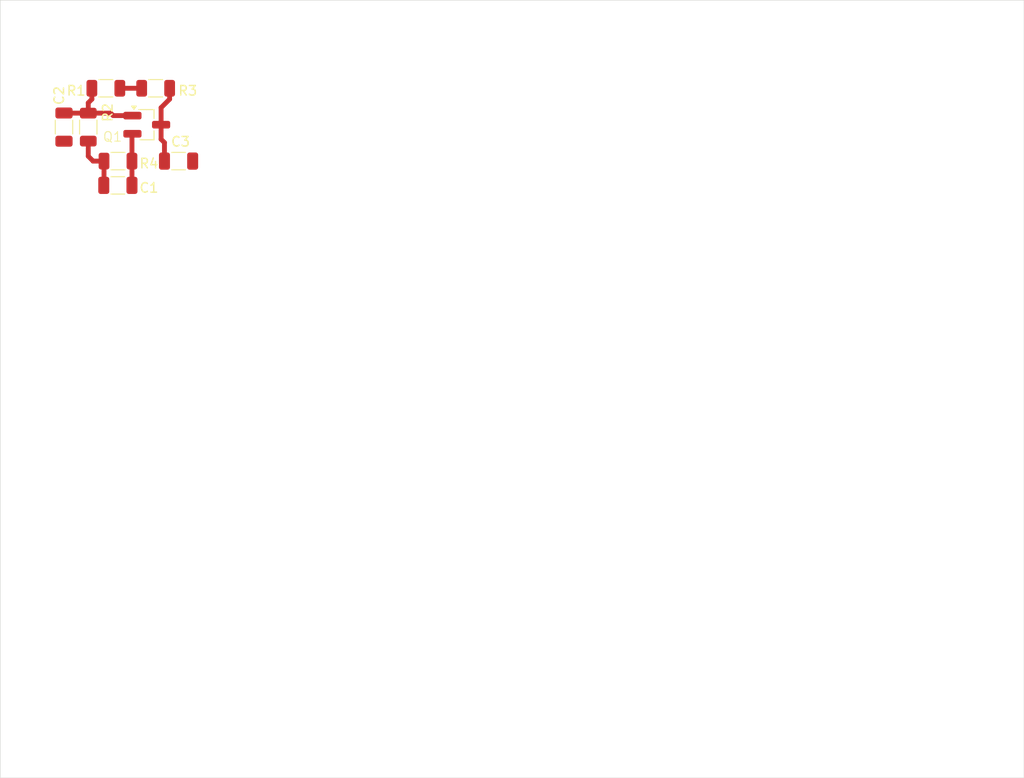
<source format=kicad_pcb>
(kicad_pcb (version 20240108) (generator "pcbnew") (generator_version "8.0")
  (layers (0 "F.Cu" signal) (31 "B.Cu" signal) (34 "B.Paste" user) (35 "F.Paste" user) (36 "B.SilkS" user "B.Silkscreen") (37 "F.SilkS" user "F.Silkscreen") (38 "B.Mask" user) (39 "F.Mask" user) (44 "Edge.Cuts" user))
  (net 0 "")
  (net 1 "GND")
  (net 2 "Net-(Q1-E)")
  (net 3 "Net-(Q1-B)")
  (net 6 "Net-(Q1-C)")
  (net 7 "VCC")
  (footprint "perfboard_x1:mypad_100_plain" (layer "F.Cu") (at 72.39 49.53)
    (property "Reference" "J60" (hide yes))
    (property "Value" "Conn_01x10" (hide yes))
  )
  (footprint "perfboard_x1:mypad_100_plain" (layer "F.Cu") (at 105.41 74.93)
    (property "Reference" "J113" (hide yes))
    (property "Value" "Conn_01x10" (hide yes))
  )
  (footprint "perfboard_x1:mypad_100_plain" (layer "F.Cu") (at 54.61 24.130001)
    (property "Reference" "J13" (hide yes))
    (property "Value" "Conn_01x10" (hide yes))
  )
  (footprint "Capacitor_SMD:C_1206_3216Metric" (layer "F.Cu") (at 38.656998 36.830001)
    (property "Reference" "C3" (at 0.205002 -2.032001 360) (layer "F.SilkS"))
    (property "Value" "C")
    (fp_line (start -0.711256 0.909993) (end 0.711252 0.909992) (stroke (width 0.12)) (layer "F.SilkS"))
    (fp_line (start -0.711252 -0.909992) (end 0.711256 -0.909993) (stroke (width 0.12)) (layer "F.SilkS"))
    (pad "1" smd roundrect (at -1.475002 0.000001) (size 1.15 1.8) (layers "F.Cu" "F.Paste" "F.Mask") (roundrect_rratio 0.217391) (net 6 "Net-(Q1-C)"))
    (pad "2" smd roundrect (at 1.475002 -0.000001) (size 1.15 1.8) (layers "F.Cu" "F.Paste" "F.Mask") (roundrect_rratio 0.217391))
  )
  (footprint "perfboard_x1:mypad_100_plain" (layer "F.Cu") (at 34.29 74.93)
    (property "Reference" "J85" (hide yes))
    (property "Value" "Conn_01x10" (hide yes))
  )
  (footprint "perfboard_x1:mypad_100_plain" (layer "F.Cu") (at 82.55 24.13)
    (property "Reference" "J24" (hide yes))
    (property "Value" "Conn_01x10" (hide yes))
  )
  (footprint "perfboard_x1:mypad_100_plain" (layer "F.Cu") (at 100.33 49.53)
    (property "Reference" "J71" (hide yes))
    (property "Value" "Conn_01x10" (hide yes))
  )
  (footprint "perfboard_x1:mypad_100_plain" (layer "F.Cu") (at 24.13 49.53)
    (property "Reference" "J41" (hide yes))
    (property "Value" "Conn_01x10" (hide yes))
  )
  (footprint "perfboard_x1:mypad_100_plain" (layer "F.Cu") (at 34.271 24.130001)
    (property "Reference" "J5" (hide yes))
    (property "Value" "Conn_01x10" (hide yes))
  )
  (footprint "perfboard_x1:mypad_100_plain" (layer "F.Cu") (at 54.61 49.53)
    (property "Reference" "J53" (hide yes))
    (property "Value" "Conn_01x10" (hide yes))
  )
  (footprint "perfboard_x1:mypad_100_plain" (layer "F.Cu") (at 46.99 74.93)
    (property "Reference" "J90" (hide yes))
    (property "Value" "Conn_01x10" (hide yes))
  )
  (footprint "perfboard_x1:mypad_100_plain" (layer "F.Cu") (at 49.53 74.93)
    (property "Reference" "J91" (hide yes))
    (property "Value" "Conn_01x10" (hide yes))
  )
  (footprint "perfboard_x1:mypad_100_plain" (layer "F.Cu") (at 95.25 24.13)
    (property "Reference" "J29" (hide yes))
    (property "Value" "Conn_01x10" (hide yes))
  )
  (footprint "perfboard_x1:mypad_100_plain" (layer "F.Cu") (at 90.17 74.93)
    (property "Reference" "J107" (hide yes))
    (property "Value" "Conn_01x10" (hide yes))
  )
  (footprint "perfboard_x1:mypad_100_plain" (layer "F.Cu") (at 62.23 24.130001)
    (property "Reference" "J16" (hide yes))
    (property "Value" "Conn_01x10" (hide yes))
  )
  (footprint "perfboard_x1:mypad_100_plain" (layer "F.Cu") (at 31.75 74.93)
    (property "Reference" "J84" (hide yes))
    (property "Value" "Conn_01x10" (hide yes))
  )
  (footprint "perfboard_x1:mypad_100_plain" (layer "F.Cu") (at 97.79 74.93)
    (property "Reference" "J110" (hide yes))
    (property "Value" "Conn_01x10" (hide yes))
  )
  (footprint "perfboard_x1:mypad_100_plain" (layer "F.Cu") (at 82.55 49.53)
    (property "Reference" "J64" (hide yes))
    (property "Value" "Conn_01x10" (hide yes))
  )
  (footprint "perfboard_x1:mypad_100_plain" (layer "F.Cu") (at 26.67 24.130001)
    (property "Reference" "J2" (hide yes))
    (property "Value" "Conn_01x10" (hide yes))
  )
  (footprint "perfboard_x1:mypad_100_plain" (layer "F.Cu") (at 87.63 74.93)
    (property "Reference" "J106" (hide yes))
    (property "Value" "Conn_01x10" (hide yes))
  )
  (footprint "perfboard_x1:mypad_100_plain" (layer "F.Cu") (at 74.93 24.13)
    (property "Reference" "J21" (hide yes))
    (property "Value" "Conn_01x10" (hide yes))
  )
  (footprint "perfboard_x1:mypad_100_plain" (layer "F.Cu") (at 62.23 74.93)
    (property "Reference" "J96" (hide yes))
    (property "Value" "Conn_01x10" (hide yes))
  )
  (footprint "perfboard_x1:mypad_100_plain" (layer "F.Cu") (at 69.85 74.93)
    (property "Reference" "J99" (hide yes))
    (property "Value" "Conn_01x10" (hide yes))
  )
  (footprint "perfboard_x1:mypad_100_plain" (layer "F.Cu") (at 118.11 74.93)
    (property "Reference" "J118" (hide yes))
    (property "Value" "Conn_01x10" (hide yes))
  )
  (footprint "perfboard_x1:mypad_100_plain" (layer "F.Cu") (at 113.03 74.93)
    (property "Reference" "J116" (hide yes))
    (property "Value" "Conn_01x10" (hide yes))
  )
  (footprint "perfboard_x1:mypad_100_plain" (layer "F.Cu") (at 82.55 74.93)
    (property "Reference" "J104" (hide yes))
    (property "Value" "Conn_01x10" (hide yes))
  )
  (footprint "perfboard_x1:mypad_100_plain" (layer "F.Cu") (at 46.99 24.130001)
    (property "Reference" "J10" (hide yes))
    (property "Value" "Conn_01x10" (hide yes))
  )
  (footprint "aadhunix:SOT-23_alternate_handsoldering" (layer "F.Cu") (at 35.330002 33.020001)
    (property "Reference" "Q1" (at -3.580002 1.269999 0) (layer "F.SilkS") (effects (font (thickness 0.1))))
    (property "Value" "S8050_smd")
    (fp_line (start -0.040006 -1.580002) (end -0.84 -1.580006) (stroke (width 0.12)) (layer "F.SilkS"))
    (fp_line (start -0.040006 -1.580002) (end 0.760001 -1.579998) (stroke (width 0.12)) (layer "F.SilkS"))
    (fp_line (start 0.760001 -1.579998) (end 0.760008 -0.649998) (stroke (width 0.12)) (layer "F.SilkS"))
    (fp_line (start 0.760001 1.580004) (end -0.700003 1.579996) (stroke (width 0.12)) (layer "F.SilkS"))
    (fp_line (start 0.760001 1.580004) (end 0.760003 0.649995) (stroke (width 0.12)) (layer "F.SilkS"))
    (fp_poly (pts (xy -1.339999 -1.609995) (xy -1.580001 -1.940007) (xy -1.100005 -1.94) (xy -1.339999 -1.609995)) (stroke (width 0.12)) (fill solid) (layer "F.SilkS"))
    (pad "1" smd roundrect (at -1.499998 -0.950004) (size 1.9 0.8) (layers "F.Cu" "F.Paste" "F.Mask") (net 3 "Net-(Q1-B)"))
    (pad "2" smd roundrect (at -1.500003 0.949998) (size 1.9 0.8) (layers "F.Cu" "F.Paste" "F.Mask") (net 2 "Net-(Q1-E)"))
    (pad "3" smd roundrect (at 1.499998 -0.000001) (size 1.9 0.8) (layers "F.Cu" "F.Paste" "F.Mask") (net 6 "Net-(Q1-C)"))
  )
  (footprint "perfboard_x1:mypad_100_plain" (layer "F.Cu") (at 49.53 24.130001)
    (property "Reference" "J11" (hide yes))
    (property "Value" "Conn_01x10" (hide yes))
  )
  (footprint "Resistor_SMD:R_1206_3216Metric" (layer "F.Cu") (at 32.319505 36.829995 180)
    (property "Reference" "R4" (at -3.240495 -0.254005 360) (layer "F.SilkS"))
    (property "Value" "R")
    (fp_line (start -0.727057 -0.910005) (end 0.727069 -0.910003) (stroke (width 0.12)) (layer "F.SilkS"))
    (fp_line (start -0.727069 0.910003) (end 0.727057 0.910005) (stroke (width 0.12)) (layer "F.SilkS"))
    (pad "1" smd roundrect (at -1.462495 -0.000005 180) (size 1.125 1.75) (layers "F.Cu" "F.Paste" "F.Mask") (roundrect_rratio 0.222222) (net 2 "Net-(Q1-E)"))
    (pad "2" smd roundrect (at 1.462495 0.000005 180) (size 1.125 1.75) (layers "F.Cu" "F.Paste" "F.Mask") (roundrect_rratio 0.222222) (net 1 "GND"))
  )
  (footprint "perfboard_x1:mypad_100_plain" (layer "F.Cu") (at 123.19 74.93)
    (property "Reference" "J120" (hide yes))
    (property "Value" "Conn_01x10" (hide yes))
  )
  (footprint "perfboard_x1:mypad_100_plain" (layer "F.Cu") (at 44.45 49.53)
    (property "Reference" "J49" (hide yes))
    (property "Value" "Conn_01x10" (hide yes))
  )
  (footprint "perfboard_x1:mypad_100_plain" (layer "F.Cu") (at 80.01 24.13)
    (property "Reference" "J23" (hide yes))
    (property "Value" "Conn_01x10" (hide yes))
  )
  (footprint "perfboard_x1:mypad_100_plain" (layer "F.Cu") (at 120.65 49.53)
    (property "Reference" "J79" (hide yes))
    (property "Value" "Conn_01x10" (hide yes))
  )
  (footprint "perfboard_x1:mypad_100_plain" (layer "F.Cu") (at 69.85 24.13)
    (property "Reference" "J19" (hide yes))
    (property "Value" "Conn_01x10" (hide yes))
  )
  (footprint "perfboard_x1:mypad_100_plain" (layer "F.Cu") (at 39.37 74.93)
    (property "Reference" "J87" (hide yes))
    (property "Value" "Conn_01x10" (hide yes))
  )
  (footprint "perfboard_x1:mypad_100_plain" (layer "F.Cu") (at 95.25 74.93)
    (property "Reference" "J109" (hide yes))
    (property "Value" "Conn_01x10" (hide yes))
  )
  (footprint "Resistor_SMD:R_1206_3216Metric" (layer "F.Cu") (at 29.21 33.274 -90)
    (property "Reference" "R2" (at -1.524 -2.032 90) (layer "F.SilkS"))
    (property "Value" "R")
    (fp_line (start -0.727069 0.910003) (end 0.727056 0.910005) (stroke (width 0.12)) (layer "F.SilkS"))
    (fp_line (start -0.727056 -0.910005) (end 0.727069 -0.910003) (stroke (width 0.12)) (layer "F.SilkS"))
    (pad "1" smd roundrect (at -1.462495 0.000005 270) (size 1.125 1.75) (layers "F.Cu" "F.Paste" "F.Mask") (roundrect_rratio 0.222222) (net 3 "Net-(Q1-B)"))
    (pad "2" smd roundrect (at 1.462495 -0.000005 270) (size 1.125 1.75) (layers "F.Cu" "F.Paste" "F.Mask") (roundrect_rratio 0.222222) (net 1 "GND"))
  )
  (footprint "perfboard_x1:mypad_100_plain" (layer "F.Cu") (at 92.71 24.13)
    (property "Reference" "J28" (hide yes))
    (property "Value" "Conn_01x10" (hide yes))
  )
  (footprint "perfboard_x1:mypad_100_plain" (layer "F.Cu") (at 72.39 24.13)
    (property "Reference" "J20" (hide yes))
    (property "Value" "Conn_01x10" (hide yes))
  )
  (footprint "perfboard_x1:mypad_100_plain" (layer "F.Cu") (at 74.93 74.93)
    (property "Reference" "J101" (hide yes))
    (property "Value" "Conn_01x10" (hide yes))
  )
  (footprint "perfboard_x1:mypad_100_plain" (layer "F.Cu") (at 107.95 49.53)
    (property "Reference" "J74" (hide yes))
    (property "Value" "Conn_01x10" (hide yes))
  )
  (footprint "perfboard_x1:mypad_100_plain" (layer "F.Cu") (at 64.77 74.93)
    (property "Reference" "J97" (hide yes))
    (property "Value" "Conn_01x10" (hide yes))
  )
  (footprint "perfboard_x1:mypad_100_plain" (layer "F.Cu") (at 57.15 74.93)
    (property "Reference" "J94" (hide yes))
    (property "Value" "Conn_01x10" (hide yes))
  )
  (footprint "perfboard_x1:mypad_100_plain" (layer "F.Cu") (at 49.53 49.53)
    (property "Reference" "J51" (hide yes))
    (property "Value" "Conn_01x10" (hide yes))
  )
  (footprint "perfboard_x1:mypad_100_plain" (layer "F.Cu") (at 77.47 74.93)
    (property "Reference" "J102" (hide yes))
    (property "Value" "Conn_01x10" (hide yes))
  )
  (footprint "perfboard_x1:mypad_100_plain" (layer "F.Cu") (at 107.858989 24.13)
    (property "Reference" "J34" (hide yes))
    (property "Value" "Conn_01x10" (hide yes))
  )
  (footprint "perfboard_x1:mypad_100_plain" (layer "F.Cu") (at 41.91 74.93)
    (property "Reference" "J88" (hide yes))
    (property "Value" "Conn_01x10" (hide yes))
  )
  (footprint "perfboard_x1:mypad_100_plain" (layer "F.Cu") (at 69.85 49.53)
    (property "Reference" "J59" (hide yes))
    (property "Value" "Conn_01x10" (hide yes))
  )
  (footprint "perfboard_x1:mypad_100_plain" (layer "F.Cu") (at 41.91 24.130001)
    (property "Reference" "J8" (hide yes))
    (property "Value" "Conn_01x10" (hide yes))
  )
  (footprint "perfboard_x1:mypad_100_plain" (layer "F.Cu") (at 36.83 74.93)
    (property "Reference" "J86" (hide yes))
    (property "Value" "Conn_01x10" (hide yes))
  )
  (footprint "perfboard_x1:mypad_100_plain" (layer "F.Cu") (at 97.79 24.13)
    (property "Reference" "J30" (hide yes))
    (property "Value" "Conn_01x10" (hide yes))
  )
  (footprint "perfboard_x1:mypad_100_plain" (layer "F.Cu") (at 64.77 49.53)
    (property "Reference" "J57" (hide yes))
    (property "Value" "Conn_01x10" (hide yes))
  )
  (footprint "perfboard_x1:mypad_100_plain" (layer "F.Cu") (at 105.41 49.53)
    (property "Reference" "J73" (hide yes))
    (property "Value" "Conn_01x10" (hide yes))
  )
  (footprint "perfboard_x1:mypad_100_plain" (layer "F.Cu") (at 26.67 74.93)
    (property "Reference" "J82" (hide yes))
    (property "Value" "Conn_01x10" (hide yes))
  )
  (footprint "perfboard_x1:mypad_100_plain" (layer "F.Cu") (at 39.37 49.53)
    (property "Reference" "J47" (hide yes))
    (property "Value" "Conn_01x10" (hide yes))
  )
  (footprint "perfboard_x1:mypad_100_plain" (layer "F.Cu") (at 110.49 49.53)
    (property "Reference" "J75" (hide yes))
    (property "Value" "Conn_01x10" (hide yes))
  )
  (footprint "perfboard_x1:mypad_100_plain" (layer "F.Cu") (at 120.65 74.93)
    (property "Reference" "J119" (hide yes))
    (property "Value" "Conn_01x10" (hide yes))
  )
  (footprint "perfboard_x1:mypad_100_plain" (layer "F.Cu") (at 59.69 74.93)
    (property "Reference" "J95" (hide yes))
    (property "Value" "Conn_01x10" (hide yes))
  )
  (footprint "perfboard_x1:mypad_100_plain" (layer "F.Cu") (at 67.31 74.93)
    (property "Reference" "J98" (hide yes))
    (property "Value" "Conn_01x10" (hide yes))
  )
  (footprint "perfboard_x1:mypad_100_plain" (layer "F.Cu") (at 67.31 49.53)
    (property "Reference" "J58" (hide yes))
    (property "Value" "Conn_01x10" (hide yes))
  )
  (footprint "perfboard_x1:mypad_100_plain" (layer "F.Cu") (at 39.37 24.130001)
    (property "Reference" "J7" (hide yes))
    (property "Value" "Conn_01x10" (hide yes))
  )
  (footprint "perfboard_x1:mypad_100_plain" (layer "F.Cu") (at 102.87 74.93)
    (property "Reference" "J112" (hide yes))
    (property "Value" "Conn_01x10" (hide yes))
  )
  (footprint "perfboard_x1:mypad_100_plain" (layer "F.Cu") (at 29.21 74.93)
    (property "Reference" "J83" (hide yes))
    (property "Value" "Conn_01x10" (hide yes))
  )
  (footprint "perfboard_x1:mypad_100_plain" (layer "F.Cu") (at 57.15 49.53)
    (property "Reference" "J54" (hide yes))
    (property "Value" "Conn_01x10" (hide yes))
  )
  (footprint "perfboard_x1:mypad_100_plain" (layer "F.Cu") (at 118.11 49.53)
    (property "Reference" "J78" (hide yes))
    (property "Value" "Conn_01x10" (hide yes))
  )
  (footprint "perfboard_x1:mypad_100_plain" (layer "F.Cu") (at 54.61 74.93)
    (property "Reference" "J93" (hide yes))
    (property "Value" "Conn_01x10" (hide yes))
  )
  (footprint "perfboard_x1:mypad_100_plain" (layer "F.Cu") (at 87.63 24.13)
    (property "Reference" "J26" (hide yes))
    (property "Value" "Conn_01x10" (hide yes))
  )
  (footprint "perfboard_x1:mypad_100_plain" (layer "F.Cu") (at 52.07 24.13)
    (property "Reference" "J12" (hide yes))
    (property "Value" "Conn_01x10" (hide yes))
  )
  (footprint "perfboard_x1:mypad_100_plain" (layer "F.Cu") (at 85.09 49.53)
    (property "Reference" "J65" (hide yes))
    (property "Value" "Conn_01x10" (hide yes))
  )
  (footprint "perfboard_x1:mypad_100_plain" (layer "F.Cu") (at 59.69 24.13)
    (property "Reference" "J15" (hide yes))
    (property "Value" "Conn_01x10" (hide yes))
  )
  (footprint "perfboard_x1:mypad_100_plain" (layer "F.Cu") (at 31.75 49.53)
    (property "Reference" "J44" (hide yes))
    (property "Value" "Conn_01x10" (hide yes))
  )
  (footprint "perfboard_x1:mypad_100_plain" (layer "F.Cu") (at 100.33 24.13)
    (property "Reference" "J31" (hide yes))
    (property "Value" "Conn_01x10" (hide yes))
  )
  (footprint "perfboard_x1:mypad_100_plain" (layer "F.Cu") (at 123.19 49.53)
    (property "Reference" "J80" (hide yes))
    (property "Value" "Conn_01x10" (hide yes))
  )
  (footprint "perfboard_x1:mypad_100_plain" (layer "F.Cu") (at 80.01 74.93)
    (property "Reference" "J103" (hide yes))
    (property "Value" "Conn_01x10" (hide yes))
  )
  (footprint "perfboard_x1:mypad_100_plain" (layer "F.Cu") (at 90.17 49.53)
    (property "Reference" "J67" (hide yes))
    (property "Value" "Conn_01x10" (hide yes))
  )
  (footprint "perfboard_x1:mypad_100_plain" (layer "F.Cu") (at 113.03 24.13)
    (property "Reference" "J36" (hide yes))
    (property "Value" "Conn_01x10" (hide yes))
  )
  (footprint "perfboard_x1:mypad_100_plain" (layer "F.Cu") (at 44.45 24.130001)
    (property "Reference" "J9" (hide yes))
    (property "Value" "Conn_01x10" (hide yes))
  )
  (footprint "perfboard_x1:mypad_100_plain" (layer "F.Cu") (at 62.23 49.53)
    (property "Reference" "J56" (hide yes))
    (property "Value" "Conn_01x10" (hide yes))
  )
  (footprint "perfboard_x1:mypad_100_plain" (layer "F.Cu") (at 95.25 49.53)
    (property "Reference" "J69" (hide yes))
    (property "Value" "Conn_01x10" (hide yes))
  )
  (footprint "perfboard_x1:mypad_100_plain" (layer "F.Cu") (at 34.29 49.53)
    (property "Reference" "J45" (hide yes))
    (property "Value" "Conn_01x10" (hide yes))
  )
  (footprint "Resistor_SMD:R_1206_3216Metric" (layer "F.Cu") (at 31.049501 29.209998 180)
    (property "Reference" "R1" (at 3.109501 -0.254002 360) (layer "F.SilkS"))
    (property "Value" "R")
    (fp_line (start -0.727062 -0.910001) (end 0.727068 -0.910002) (stroke (width 0.12)) (layer "F.SilkS"))
    (fp_line (start -0.727068 0.910002) (end 0.727062 0.910001) (stroke (width 0.12)) (layer "F.SilkS"))
    (pad "1" smd roundrect (at -1.462499 -0.000002 180) (size 1.125 1.75) (layers "F.Cu" "F.Paste" "F.Mask") (roundrect_rratio 0.222222) (net 7 "VCC"))
    (pad "2" smd roundrect (at 1.462499 0.000002 180) (size 1.125 1.75) (layers "F.Cu" "F.Paste" "F.Mask") (roundrect_rratio 0.222222) (net 3 "Net-(Q1-B)"))
  )
  (footprint "perfboard_x1:mypad_100_plain" (layer "F.Cu") (at 31.731 24.130001)
    (property "Reference" "J4" (hide yes))
    (property "Value" "Conn_01x10" (hide yes))
  )
  (footprint "perfboard_x1:mypad_100_plain" (layer "F.Cu") (at 72.39 74.93)
    (property "Reference" "J100" (hide yes))
    (property "Value" "Conn_01x10" (hide yes))
  )
  (footprint "perfboard_x1:mypad_100_plain" (layer "F.Cu") (at 87.63 49.53)
    (property "Reference" "J66" (hide yes))
    (property "Value" "Conn_01x10" (hide yes))
  )
  (footprint "perfboard_x1:mypad_100_plain" (layer "F.Cu") (at 64.77 24.13)
    (property "Reference" "J17" (hide yes))
    (property "Value" "Conn_01x10" (hide yes))
  )
  (footprint "perfboard_x1:mypad_100_plain" (layer "F.Cu") (at 77.47 49.53)
    (property "Reference" "J62" (hide yes))
    (property "Value" "Conn_01x10" (hide yes))
  )
  (footprint "perfboard_x1:mypad_100_plain" (layer "F.Cu") (at 52.07 49.53)
    (property "Reference" "J52" (hide yes))
    (property "Value" "Conn_01x10" (hide yes))
  )
  (footprint "Capacitor_SMD:C_1206_3216Metric" (layer "F.Cu") (at 32.306996 39.37 180)
    (property "Reference" "C1" (at -3.253004 -0.254 360) (layer "F.SilkS"))
    (property "Value" "C")
    (fp_line (start -0.711251 0.909995) (end 0.711256 0.909992) (stroke (width 0.12)) (layer "F.SilkS"))
    (fp_line (start -0.711256 -0.909992) (end 0.711251 -0.909995) (stroke (width 0.12)) (layer "F.SilkS"))
    (pad "1" smd roundrect (at -1.475004 0 180) (size 1.15 1.8) (layers "F.Cu" "F.Paste" "F.Mask") (roundrect_rratio 0.217391) (net 2 "Net-(Q1-E)"))
    (pad "2" smd roundrect (at 1.475004 0 180) (size 1.15 1.8) (layers "F.Cu" "F.Paste" "F.Mask") (roundrect_rratio 0.217391) (net 1 "GND"))
  )
  (footprint "perfboard_x1:mypad_100_plain" (layer "F.Cu") (at 77.47 24.13)
    (property "Reference" "J22" (hide yes))
    (property "Value" "Conn_01x10" (hide yes))
  )
  (footprint "perfboard_x1:mypad_100_plain" (layer "F.Cu") (at 90.17 24.13)
    (property "Reference" "J27" (hide yes))
    (property "Value" "Conn_01x10" (hide yes))
  )
  (footprint "perfboard_x1:mypad_100_plain" (layer "F.Cu") (at 24.13 24.130001)
    (property "Reference" "J1" (hide yes))
    (property "Value" "Conn_01x10" (hide yes))
  )
  (footprint "perfboard_x1:mypad_100_plain" (layer "F.Cu") (at 113.03 49.53)
    (property "Reference" "J76" (hide yes))
    (property "Value" "Conn_01x10" (hide yes))
  )
  (footprint "perfboard_x1:mypad_100_plain" (layer "F.Cu") (at 29.21 49.53)
    (property "Reference" "J43" (hide yes))
    (property "Value" "Conn_01x10" (hide yes))
  )
  (footprint "Resistor_SMD:R_1206_3216Metric" (layer "F.Cu") (at 36.260491 29.209998)
    (property "Reference" "R3" (at 3.363509 0.254002 360) (layer "F.SilkS"))
    (property "Value" "R")
    (fp_line (start -0.727069 0.910003) (end 0.727056 0.910005) (stroke (width 0.12)) (layer "F.SilkS"))
    (fp_line (start -0.727056 -0.910005) (end 0.727069 -0.910003) (stroke (width 0.12)) (layer "F.SilkS"))
    (pad "1" smd roundrect (at -1.462491 0.000002) (size 1.125 1.75) (layers "F.Cu" "F.Paste" "F.Mask") (roundrect_rratio 0.222222) (net 7 "VCC"))
    (pad "2" smd roundrect (at 1.462491 -0.000002) (size 1.125 1.75) (layers "F.Cu" "F.Paste" "F.Mask") (roundrect_rratio 0.222222) (net 6 "Net-(Q1-C)"))
  )
  (footprint "Capacitor_SMD:C_1206_3216Metric" (layer "F.Cu") (at 26.67 33.274 90)
    (property "Reference" "C2" (at 3.302 -0.508 90) (layer "F.SilkS"))
    (property "Value" "C")
    (fp_line (start -0.711254 -0.909992) (end 0.711253 -0.909993) (stroke (width 0.12)) (layer "F.SilkS"))
    (fp_line (start -0.711253 0.909993) (end 0.711254 0.909992) (stroke (width 0.12)) (layer "F.SilkS"))
    (pad "1" smd roundrect (at -1.475003 0.000001 90) (size 1.15 1.8) (layers "F.Cu" "F.Paste" "F.Mask") (roundrect_rratio 0.217391))
    (pad "2" smd roundrect (at 1.475003 -0.000001 90) (size 1.15 1.8) (layers "F.Cu" "F.Paste" "F.Mask") (roundrect_rratio 0.217391) (net 3 "Net-(Q1-B)"))
  )
  (footprint "perfboard_x1:mypad_100_plain" (layer "F.Cu") (at 36.83 24.130001)
    (property "Reference" "J6" (hide yes))
    (property "Value" "Conn_01x10" (hide yes))
  )
  (footprint "perfboard_x1:mypad_100_plain" (layer "F.Cu") (at 85.09 74.93)
    (property "Reference" "J105" (hide yes))
    (property "Value" "Conn_01x10" (hide yes))
  )
  (footprint "perfboard_x1:mypad_100_plain" (layer "F.Cu") (at 102.87 49.53)
    (property "Reference" "J72" (hide yes))
    (property "Value" "Conn_01x10" (hide yes))
  )
  (footprint "perfboard_x1:mypad_100_plain" (layer "F.Cu") (at 115.57 49.53)
    (property "Reference" "J77" (hide yes))
    (property "Value" "Conn_01x10" (hide yes))
  )
  (footprint "perfboard_x1:mypad_100_plain" (layer "F.Cu") (at 36.83 49.53)
    (property "Reference" "J46" (hide yes))
    (property "Value" "Conn_01x10" (hide yes))
  )
  (footprint "perfboard_x1:mypad_100_plain" (layer "F.Cu") (at 24.13 74.93)
    (property "Reference" "J81" (hide yes))
    (property "Value" "Conn_01x10" (hide yes))
  )
  (footprint "perfboard_x1:mypad_100_plain" (layer "F.Cu") (at 41.91 49.53)
    (property "Reference" "J48" (hide yes))
    (property "Value" "Conn_01x10" (hide yes))
  )
  (footprint "perfboard_x1:mypad_100_plain" (layer "F.Cu") (at 67.31 24.13)
    (property "Reference" "J18" (hide yes))
    (property "Value" "Conn_01x10" (hide yes))
  )
  (footprint "perfboard_x1:mypad_100_plain" (layer "F.Cu") (at 110.49 24.13)
    (property "Reference" "J35" (hide yes))
    (property "Value" "Conn_01x10" (hide yes))
  )
  (footprint "perfboard_x1:mypad_100_plain" (layer "F.Cu") (at 29.21 24.130001)
    (property "Reference" "J3" (hide yes))
    (property "Value" "Conn_01x10" (hide yes))
  )
  (footprint "perfboard_x1:mypad_100_plain" (layer "F.Cu") (at 102.87 24.13)
    (property "Reference" "J32" (hide yes))
    (property "Value" "Conn_01x10" (hide yes))
  )
  (footprint "perfboard_x1:mypad_100_plain" (layer "F.Cu") (at 92.71 49.53)
    (property "Reference" "J68" (hide yes))
    (property "Value" "Conn_01x10" (hide yes))
  )
  (footprint "perfboard_x1:mypad_100_plain" (layer "F.Cu") (at 26.67 49.53)
    (property "Reference" "J42" (hide yes))
    (property "Value" "Conn_01x10" (hide yes))
  )
  (footprint "perfboard_x1:mypad_100_plain" (layer "F.Cu") (at 118.11 24.13)
    (property "Reference" "J38" (hide yes))
    (property "Value" "Conn_01x10" (hide yes))
  )
  (footprint "perfboard_x1:mypad_100_plain" (layer "F.Cu") (at 92.71 74.93)
    (property "Reference" "J108" (hide yes))
    (property "Value" "Conn_01x10" (hide yes))
  )
  (footprint "perfboard_x1:mypad_100_plain" (layer "F.Cu") (at 80.01 49.53)
    (property "Reference" "J63" (hide yes))
    (property "Value" "Conn_01x10" (hide yes))
  )
  (footprint "perfboard_x1:mypad_100_plain" (layer "F.Cu") (at 115.57 74.93)
    (property "Reference" "J117" (hide yes))
    (property "Value" "Conn_01x10" (hide yes))
  )
  (footprint "perfboard_x1:mypad_100_plain" (layer "F.Cu") (at 107.95 74.93)
    (property "Reference" "J114" (hide yes))
    (property "Value" "Conn_01x10" (hide yes))
  )
  (footprint "perfboard_x1:mypad_100_plain" (layer "F.Cu") (at 110.49 74.93)
    (property "Reference" "J115" (hide yes))
    (property "Value" "Conn_01x10" (hide yes))
  )
  (footprint "perfboard_x1:mypad_100_plain" (layer "F.Cu") (at 44.45 74.93)
    (property "Reference" "J89" (hide yes))
    (property "Value" "Conn_01x10" (hide yes))
  )
  (footprint "perfboard_x1:mypad_100_plain" (layer "F.Cu") (at 123.19 24.13)
    (property "Reference" "J40" (hide yes))
    (property "Value" "Conn_01x10" (hide yes))
  )
  (footprint "perfboard_x1:mypad_100_plain" (layer "F.Cu") (at 52.07 74.93)
    (property "Reference" "J92" (hide yes))
    (property "Value" "Conn_01x10" (hide yes))
  )
  (footprint "perfboard_x1:mypad_100_plain" (layer "F.Cu") (at 97.79 49.53)
    (property "Reference" "J70" (hide yes))
    (property "Value" "Conn_01x10" (hide yes))
  )
  (footprint "perfboard_x1:mypad_100_plain" (layer "F.Cu") (at 46.99 49.53)
    (property "Reference" "J50" (hide yes))
    (property "Value" "Conn_01x10" (hide yes))
  )
  (footprint "perfboard_x1:mypad_100_plain" (layer "F.Cu") (at 74.93 49.53)
    (property "Reference" "J61" (hide yes))
    (property "Value" "Conn_01x10" (hide yes))
  )
  (footprint "perfboard_x1:mypad_100_plain" (layer "F.Cu") (at 115.57 24.13)
    (property "Reference" "J37" (hide yes))
    (property "Value" "Conn_01x10" (hide yes))
  )
  (footprint "perfboard_x1:mypad_100_plain" (layer "F.Cu") (at 59.69 49.53)
    (property "Reference" "J55" (hide yes))
    (property "Value" "Conn_01x10" (hide yes))
  )
  (footprint "perfboard_x1:mypad_100_plain" (layer "F.Cu") (at 85.09 24.13)
    (property "Reference" "J25" (hide yes))
    (property "Value" "Conn_01x10" (hide yes))
  )
  (footprint "perfboard_x1:mypad_100_plain" (layer "F.Cu") (at 57.15 24.13)
    (property "Reference" "J14" (hide yes))
    (property "Value" "Conn_01x10" (hide yes))
  )
  (footprint "perfboard_x1:mypad_100_plain" (layer "F.Cu") (at 100.33 74.93)
    (property "Reference" "J111" (hide yes))
    (property "Value" "Conn_01x10" (hide yes))
  )
  (footprint "perfboard_x1:mypad_100_plain" (layer "F.Cu") (at 120.65 24.13)
    (property "Reference" "J39" (hide yes))
    (property "Value" "Conn_01x10" (hide yes))
  )
  (footprint "perfboard_x1:mypad_100_plain" (layer "F.Cu") (at 105.41 24.13)
    (property "Reference" "J33" (hide yes))
    (property "Value" "Conn_01x10" (hide yes))
  )
  (gr_rect (start 20 20) (end 127.112 101.35) (stroke (width 0.05)) (fill none) (layer "Edge.Cuts"))
  (segment (start 29.718 36.83) (end 29.71801 36.82999) (width 0.508) (layer "F.Cu") (net 1))
  (segment (start 30.85701 36.82999) (end 30.85701 39.344982) (width 0.508) (layer "F.Cu") (net 1))
  (segment (start 29.210005 34.736495) (end 29.210005 36.322005) (width 0.508) (layer "F.Cu") (net 1))
  (segment (start 29.71801 36.82999) (end 30.85701 36.82999) (width 0.508) (layer "F.Cu") (net 1))
  (segment (start 29.210005 36.322005) (end 29.718 36.83) (width 0.508) (layer "F.Cu") (net 1))
  (segment (start 30.85701 39.344982) (end 30.831992 39.37) (width 0.508) (layer "F.Cu") (net 1))
  (segment (start 33.782 34.017998) (end 33.829999 33.969999) (width 0.508) (layer "F.Cu") (net 2))
  (segment (start 33.782 36.83) (end 33.782 34.017998) (width 0.508) (layer "F.Cu") (net 2))
  (segment (start 33.782 39.37) (end 33.782 36.83) (width 0.508) (layer "F.Cu") (net 2))
  (segment (start 29.209995 31.811505) (end 31.557505 31.811505) (width 0.508) (layer "F.Cu") (net 3))
  (segment (start 29.587002 30.356998) (end 29.209995 30.734005) (width 0.508) (layer "F.Cu") (net 3))
  (segment (start 31.815997 32.069997) (end 33.830004 32.069997) (width 0.508) (layer "F.Cu") (net 3))
  (segment (start 29.209995 31.811505) (end 26.682507 31.811505) (width 0.508) (layer "F.Cu") (net 3))
  (segment (start 26.682507 31.811505) (end 26.669999 31.798997) (width 0.508) (layer "F.Cu") (net 3))
  (segment (start 29.209995 30.734005) (end 29.209995 31.811505) (width 0.508) (layer "F.Cu") (net 3))
  (segment (start 29.587002 29.209996) (end 29.587002 30.356998) (width 0.508) (layer "F.Cu") (net 3))
  (segment (start 31.557505 31.811505) (end 31.815997 32.069997) (width 0.508) (layer "F.Cu") (net 3))
  (segment (start 37.722982 29.209996) (end 37.722982 30.349018) (width 0.508) (layer "F.Cu") (net 6))
  (segment (start 37.722982 30.349018) (end 36.83 31.242) (width 0.508) (layer "F.Cu") (net 6))
  (segment (start 36.83 31.242) (end 36.83 33.02) (width 0.508) (layer "F.Cu") (net 6))
  (segment (start 36.83 33.02) (end 36.83 34.544) (width 0.508) (layer "F.Cu") (net 6))
  (segment (start 36.83 34.544) (end 37.181996 34.895996) (width 0.508) (layer "F.Cu") (net 6))
  (segment (start 37.181996 34.895996) (end 37.181996 36.830002) (width 0.508) (layer "F.Cu") (net 6))
  (segment (start 32.512 29.21) (end 34.798 29.21) (width 0.508) (layer "F.Cu") (net 7))
)
</source>
